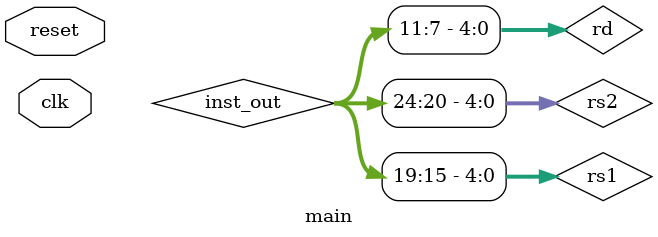
<source format=sv>
module main (input logic clk, reset);
	logic 	[31:0]  pc_to_flip, pc_to_inst_mem,pc_to_flip_mux, pc_from_alu,pc_for_jump;
	logic 	[31:0] inst_out,rs1_alu_a,rs2_alu_b,write_back_data_to_reg_file;
	logic 	[3:0] alu_con;
	logic 	reg_wr,BR_taken;
	logic [4:0] rs1 ;
	logic [4:0] rs2 ;
	logic [4:0] rd ;
	logic [31:0] alu_result;
	logic [31:0] alu_A, alu_B,imm_to_alu_mux_2, load_data;
	logic mem_read, mem_write, alu_mux_1, alu_mux_2, pc_jump_mux;
	logic[1:0] wr_bck_mux;
	logic [2:0]  sign_extend, func3_to_mem, branch_type ;
	logic sel_for_branch;
	assign sel_for_branch =(pc_jump_mux | BR_taken);
	assign pc_from_alu = alu_result;
	mux_2x1 PC_MUX (pc_to_flip_mux,pc_from_alu, sel_for_branch, pc_to_flip);
	mux_2x1 ALU_MUX_1(rs1_alu_a,pc_to_inst_mem, alu_mux_1, alu_A);
	mux_2x1 ALU_MUX_2(rs2_alu_b, imm_to_alu_mux_2, alu_mux_2 , alu_B);
	mux_4x1 WRITE_BACK_MUX (alu_result, load_data, pc_for_jump, 32'b0, wr_bck_mux, write_back_data_to_reg_file);

	adder JUMP_ADDER (pc_to_inst_mem,pc_for_jump);
	adder PC_ADDER (pc_to_inst_mem,pc_to_flip_mux);

	PC_flip flip_flop_pc (clk, reset,pc_to_flip, pc_to_inst_mem);
	inst_mem instruction_memory (pc_to_inst_mem,  inst_out);
	extend IMMEDIATE_CREATE (sign_extend, inst_out,imm_to_alu_mux_2);
	branch_con COMPARATOR (rs1_alu_a,rs2_alu_b,branch_type,BR_taken);
	main_mem LOAD_STORE (clk, alu_result, rs2_alu_b,mem_write,mem_read, func3_to_mem, load_data );
	CPU control_unit (inst_out , alu_con, reg_wr,mem_read, mem_write, alu_mux_1, alu_mux_2, pc_jump_mux, wr_bck_mux, sign_extend, func3_to_mem, branch_type ); //CPU (input logic [31:0] instruction, output logic [3:0] ALU_CON , output logic reg_wr , mem_read, mem_write, alu_mux_1, alu_mux_2, pc_jump_mux, output logic[1:0] wr_bck_mux, output logic [2:0] sign_extend, func3_to_mem, branch_type );
	reg_file register_file(clk, reset, reg_wr,rd,rs1,rs2,write_back_data_to_reg_file,rs1_alu_a,rs2_alu_b);
	ALU calculator (alu_A,alu_B,alu_con, alu_result);

    assign rs2 = inst_out [24:20];
	assign rs1 = inst_out [19:15];
	assign rd = inst_out [11:7];

endmodule

</source>
